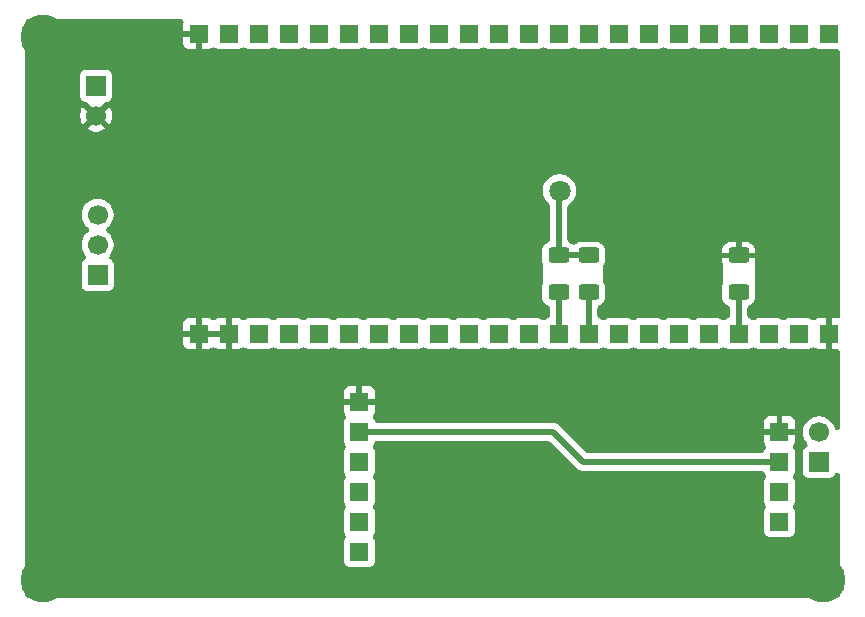
<source format=gbr>
%TF.GenerationSoftware,KiCad,Pcbnew,9.0.5*%
%TF.CreationDate,2025-11-19T03:22:03+02:00*%
%TF.ProjectId,Cronus,43726f6e-7573-42e6-9b69-6361645f7063,rev?*%
%TF.SameCoordinates,PX649cd60PY6c7aff0*%
%TF.FileFunction,Copper,L2,Bot*%
%TF.FilePolarity,Positive*%
%FSLAX46Y46*%
G04 Gerber Fmt 4.6, Leading zero omitted, Abs format (unit mm)*
G04 Created by KiCad (PCBNEW 9.0.5) date 2025-11-19 03:22:03*
%MOMM*%
%LPD*%
G01*
G04 APERTURE LIST*
G04 Aperture macros list*
%AMRoundRect*
0 Rectangle with rounded corners*
0 $1 Rounding radius*
0 $2 $3 $4 $5 $6 $7 $8 $9 X,Y pos of 4 corners*
0 Add a 4 corners polygon primitive as box body*
4,1,4,$2,$3,$4,$5,$6,$7,$8,$9,$2,$3,0*
0 Add four circle primitives for the rounded corners*
1,1,$1+$1,$2,$3*
1,1,$1+$1,$4,$5*
1,1,$1+$1,$6,$7*
1,1,$1+$1,$8,$9*
0 Add four rect primitives between the rounded corners*
20,1,$1+$1,$2,$3,$4,$5,0*
20,1,$1+$1,$4,$5,$6,$7,0*
20,1,$1+$1,$6,$7,$8,$9,0*
20,1,$1+$1,$8,$9,$2,$3,0*%
G04 Aperture macros list end*
%TA.AperFunction,ComponentPad*%
%ADD10R,1.600000X1.600000*%
%TD*%
%TA.AperFunction,ComponentPad*%
%ADD11C,3.800000*%
%TD*%
%TA.AperFunction,ComponentPad*%
%ADD12R,1.700000X1.700000*%
%TD*%
%TA.AperFunction,ComponentPad*%
%ADD13C,1.700000*%
%TD*%
%TA.AperFunction,SMDPad,CuDef*%
%ADD14RoundRect,0.250000X-0.625000X0.400000X-0.625000X-0.400000X0.625000X-0.400000X0.625000X0.400000X0*%
%TD*%
%TA.AperFunction,SMDPad,CuDef*%
%ADD15RoundRect,0.250000X0.625000X-0.400000X0.625000X0.400000X-0.625000X0.400000X-0.625000X-0.400000X0*%
%TD*%
%TA.AperFunction,ViaPad*%
%ADD16C,1.800000*%
%TD*%
%TA.AperFunction,Conductor*%
%ADD17C,0.500000*%
%TD*%
G04 APERTURE END LIST*
D10*
%TO.P,U2,1,GND1*%
%TO.N,GND*%
X29775525Y18083834D03*
%TO.P,U2,2,VCC1*%
%TO.N,Net-(J3-LS1)*%
X29775525Y15543834D03*
%TO.P,U2,3,SDA*%
%TO.N,Net-(U1-GPIO38)*%
X29775525Y13003834D03*
%TO.P,U2,4,SCL*%
%TO.N,Net-(U1-GPIO39)*%
X29775525Y10463834D03*
%TO.P,U2,5,SQW*%
%TO.N,unconnected-(U2-SQW-Pad5)*%
X29775525Y7923834D03*
%TO.P,U2,6,32K*%
%TO.N,unconnected-(U2-32K-Pad6)*%
X29775525Y5383834D03*
%TO.P,U2,7,SCL*%
%TO.N,unconnected-(U2-SCL-Pad7)*%
X65349353Y7925132D03*
%TO.P,U2,8,SDA*%
%TO.N,unconnected-(U2-SDA-Pad8)*%
X65349353Y10465132D03*
%TO.P,U2,9,VCC2*%
%TO.N,Net-(J3-LS1)*%
X65349353Y13005132D03*
%TO.P,U2,10,GND2*%
%TO.N,GND*%
X65349353Y15545132D03*
%TD*%
D11*
%TO.P,H1,1,1*%
%TO.N,GND*%
X3000000Y49000000D03*
%TD*%
D12*
%TO.P,J3,1,LS1*%
%TO.N,Net-(J3-LS1)*%
X68700670Y12960329D03*
D13*
%TO.P,J3,2,LS2*%
%TO.N,Net-(J3-LS2)*%
X68700670Y15500329D03*
%TD*%
D11*
%TO.P,H3,1,1*%
%TO.N,GND*%
X3000000Y3000000D03*
%TD*%
D10*
%TO.P,U1,1,3V3_Out*%
%TO.N,Net-(J3-LS1)*%
X69506000Y49234000D03*
%TO.P,U1,2,3V3_Out*%
X66966000Y49234000D03*
%TO.P,U1,3,RST*%
%TO.N,unconnected-(U1-RST-Pad3)*%
X64426000Y49234000D03*
%TO.P,U1,4,GPIO4*%
%TO.N,unconnected-(U1-GPIO4-Pad4)*%
X61886000Y49234000D03*
%TO.P,U1,5,GPIO5*%
%TO.N,unconnected-(U1-GPIO5-Pad5)*%
X59346000Y49234000D03*
%TO.P,U1,6,GPIO6*%
%TO.N,unconnected-(U1-GPIO6-Pad6)*%
X56806000Y49234000D03*
%TO.P,U1,7,GPIO7*%
%TO.N,unconnected-(U1-GPIO7-Pad7)*%
X54266000Y49234000D03*
%TO.P,U1,8,GPIO15*%
%TO.N,unconnected-(U1-GPIO15-Pad8)*%
X51726000Y49234000D03*
%TO.P,U1,9,GPIO16*%
%TO.N,Net-(J8-CL)*%
X49186000Y49234000D03*
%TO.P,U1,10,GPIO17*%
%TO.N,Net-(J8-CS)*%
X46646000Y49234000D03*
%TO.P,U1,11,GPIO18*%
%TO.N,Net-(J8-D0)*%
X44106000Y49234000D03*
%TO.P,U1,12,GPIO8*%
%TO.N,unconnected-(U1-GPIO8-Pad12)*%
X41566000Y49234000D03*
%TO.P,U1,13,GPIO3*%
%TO.N,unconnected-(U1-GPIO3-Pad13)*%
X39026000Y49234000D03*
%TO.P,U1,14,GPIO46*%
%TO.N,unconnected-(U1-GPIO46-Pad14)*%
X36486000Y49234000D03*
%TO.P,U1,15,GPIO9*%
%TO.N,unconnected-(U1-GPIO9-Pad15)*%
X33946000Y49234000D03*
%TO.P,U1,16,GPIO10*%
%TO.N,unconnected-(U1-GPIO10-Pad16)*%
X31406000Y49234000D03*
%TO.P,U1,17,GPIO11*%
%TO.N,unconnected-(U1-GPIO11-Pad17)*%
X28866000Y49234000D03*
%TO.P,U1,18,GPIO12*%
%TO.N,unconnected-(U1-GPIO12-Pad18)*%
X26326000Y49234000D03*
%TO.P,U1,19,GPIO13*%
%TO.N,unconnected-(U1-GPIO13-Pad19)*%
X23786000Y49234000D03*
%TO.P,U1,20,GPIO14*%
%TO.N,unconnected-(U1-GPIO14-Pad20)*%
X21246000Y49234000D03*
%TO.P,U1,21,5V_In*%
%TO.N,+5V*%
X18706000Y49234000D03*
%TO.P,U1,22,GND*%
%TO.N,GND*%
X16166000Y49234000D03*
%TO.P,U1,23,GND*%
X16166000Y23834000D03*
%TO.P,U1,24,GND*%
X18706000Y23834000D03*
%TO.P,U1,25,GPIO19*%
%TO.N,unconnected-(U1-GPIO19-Pad25)*%
X21246000Y23834000D03*
%TO.P,U1,26,GPIO20*%
%TO.N,unconnected-(U1-GPIO20-Pad26)*%
X23786000Y23834000D03*
%TO.P,U1,27,GPIO21*%
%TO.N,unconnected-(U1-GPIO21-Pad27)*%
X26326000Y23834000D03*
%TO.P,U1,28,GPIO47*%
%TO.N,unconnected-(U1-GPIO47-Pad28)*%
X28866000Y23834000D03*
%TO.P,U1,29,GPIO48*%
%TO.N,unconnected-(U1-GPIO48-Pad29)*%
X31406000Y23834000D03*
%TO.P,U1,30,GPIO45*%
%TO.N,unconnected-(U1-GPIO45-Pad30)*%
X33946000Y23834000D03*
%TO.P,U1,31,GPIO0*%
%TO.N,unconnected-(U1-GPIO0-Pad31)*%
X36486000Y23834000D03*
%TO.P,U1,32,GPIO35*%
%TO.N,unconnected-(U1-GPIO35-Pad32)*%
X39026000Y23834000D03*
%TO.P,U1,33,GPIO36*%
%TO.N,unconnected-(U1-GPIO36-Pad33)*%
X41566000Y23834000D03*
%TO.P,U1,34,GPIO37*%
%TO.N,unconnected-(U1-GPIO37-Pad34)*%
X44106000Y23834000D03*
%TO.P,U1,35,GPIO38*%
%TO.N,Net-(U1-GPIO38)*%
X46646000Y23834000D03*
%TO.P,U1,36,GPIO39*%
%TO.N,Net-(U1-GPIO39)*%
X49186000Y23834000D03*
%TO.P,U1,37,GPIO40*%
%TO.N,unconnected-(U1-GPIO40-Pad37)*%
X51726000Y23834000D03*
%TO.P,U1,38,GPIO41*%
%TO.N,unconnected-(U1-GPIO41-Pad38)*%
X54266000Y23834000D03*
%TO.P,U1,39,GPIO42*%
%TO.N,unconnected-(U1-GPIO42-Pad39)*%
X56806000Y23834000D03*
%TO.P,U1,40,GPIO2*%
%TO.N,unconnected-(U1-GPIO2-Pad40)*%
X59346000Y23834000D03*
%TO.P,U1,41,GPIO1*%
%TO.N,Net-(J3-LS2)*%
X61886000Y23834000D03*
%TO.P,U1,42,RX*%
%TO.N,unconnected-(U1-RX-Pad42)*%
X64426000Y23834000D03*
%TO.P,U1,43,TX*%
%TO.N,unconnected-(U1-TX-Pad43)*%
X66966000Y23834000D03*
%TO.P,U1,44,GND*%
%TO.N,GND*%
X69506000Y23834000D03*
%TD*%
D11*
%TO.P,H4,1,1*%
%TO.N,GND*%
X69000000Y3000000D03*
%TD*%
D12*
%TO.P,J8,1,CL*%
%TO.N,Net-(J8-CL)*%
X7620000Y28829000D03*
D13*
%TO.P,J8,2,CS*%
%TO.N,Net-(J8-CS)*%
X7620000Y31369000D03*
%TO.P,J8,3,D0*%
%TO.N,Net-(J8-D0)*%
X7620000Y33909000D03*
%TD*%
D12*
%TO.P,J4,1,+5V*%
%TO.N,+5V*%
X7493000Y44836000D03*
D13*
%TO.P,J4,2,GND*%
%TO.N,GND*%
X7493000Y42296000D03*
%TD*%
D14*
%TO.P,R2,1*%
%TO.N,Net-(J3-LS1)*%
X46646000Y30464000D03*
%TO.P,R2,2*%
%TO.N,Net-(U1-GPIO38)*%
X46646000Y27364000D03*
%TD*%
%TO.P,R1,1*%
%TO.N,Net-(J3-LS1)*%
X49186000Y30464000D03*
%TO.P,R1,2*%
%TO.N,Net-(U1-GPIO39)*%
X49186000Y27364000D03*
%TD*%
D15*
%TO.P,R3,1*%
%TO.N,Net-(J3-LS2)*%
X61886000Y27364000D03*
%TO.P,R3,2*%
%TO.N,GND*%
X61886000Y30464000D03*
%TD*%
D16*
%TO.N,Net-(J3-LS1)*%
X46736000Y35941000D03*
%TD*%
D17*
%TO.N,Net-(J3-LS1)*%
X65349353Y13005132D02*
X65340221Y12996000D01*
X65340221Y12996000D02*
X48726000Y12996000D01*
X48726000Y12996000D02*
X46186000Y15536000D01*
X46186000Y15536000D02*
X29783359Y15536000D01*
X29783359Y15536000D02*
X29775525Y15543834D01*
%TO.N,Net-(U1-GPIO39)*%
X49186000Y27364000D02*
X49186000Y23834000D01*
%TO.N,Net-(U1-GPIO38)*%
X46646000Y27364000D02*
X46646000Y23834000D01*
%TO.N,Net-(J3-LS1)*%
X46736000Y35941000D02*
X46646000Y35851000D01*
X46646000Y35851000D02*
X46646000Y30464000D01*
X46646000Y30464000D02*
X49186000Y30464000D01*
%TO.N,Net-(J3-LS2)*%
X61886000Y27364000D02*
X61886000Y23834000D01*
%TD*%
%TA.AperFunction,Conductor*%
%TO.N,GND*%
G36*
X14742635Y50480546D02*
G01*
X14823417Y50426570D01*
X14877393Y50345788D01*
X14896347Y50250500D01*
X14880648Y50163484D01*
X14872403Y50141379D01*
X14872401Y50141372D01*
X14866000Y50081833D01*
X14866000Y49484001D01*
X14866001Y49484000D01*
X15732988Y49484000D01*
X15700075Y49426993D01*
X15666000Y49299826D01*
X15666000Y49168174D01*
X15700075Y49041007D01*
X15732988Y48984000D01*
X14866001Y48984000D01*
X14866000Y48983999D01*
X14866000Y48386168D01*
X14872401Y48326629D01*
X14872403Y48326622D01*
X14922646Y48191913D01*
X15008810Y48076813D01*
X15008812Y48076811D01*
X15123912Y47990647D01*
X15258621Y47940404D01*
X15258628Y47940402D01*
X15318167Y47934001D01*
X15318175Y47934000D01*
X15915999Y47934000D01*
X15916000Y47934001D01*
X15916000Y48800988D01*
X15973007Y48768075D01*
X16100174Y48734000D01*
X16231826Y48734000D01*
X16358993Y48768075D01*
X16416000Y48800988D01*
X16416000Y47934001D01*
X16416001Y47934000D01*
X17013825Y47934000D01*
X17013832Y47934001D01*
X17073371Y47940402D01*
X17073378Y47940404D01*
X17208088Y47990647D01*
X17286360Y48049242D01*
X17374000Y48091174D01*
X17471016Y48096375D01*
X17562637Y48064054D01*
X17584792Y48049252D01*
X17663669Y47990204D01*
X17798517Y47939909D01*
X17858127Y47933500D01*
X19553872Y47933501D01*
X19613483Y47939909D01*
X19748331Y47990204D01*
X19826781Y48048933D01*
X19914418Y48090862D01*
X20011433Y48096063D01*
X20103054Y48063742D01*
X20125206Y48048941D01*
X20203669Y47990204D01*
X20338517Y47939909D01*
X20398127Y47933500D01*
X22093872Y47933501D01*
X22153483Y47939909D01*
X22288331Y47990204D01*
X22366781Y48048933D01*
X22454418Y48090862D01*
X22551433Y48096063D01*
X22643054Y48063742D01*
X22665206Y48048941D01*
X22743669Y47990204D01*
X22878517Y47939909D01*
X22938127Y47933500D01*
X24633872Y47933501D01*
X24693483Y47939909D01*
X24828331Y47990204D01*
X24906781Y48048933D01*
X24994418Y48090862D01*
X25091433Y48096063D01*
X25183054Y48063742D01*
X25205206Y48048941D01*
X25283669Y47990204D01*
X25418517Y47939909D01*
X25478127Y47933500D01*
X27173872Y47933501D01*
X27233483Y47939909D01*
X27368331Y47990204D01*
X27446781Y48048933D01*
X27534418Y48090862D01*
X27631433Y48096063D01*
X27723054Y48063742D01*
X27745206Y48048941D01*
X27823669Y47990204D01*
X27958517Y47939909D01*
X28018127Y47933500D01*
X29713872Y47933501D01*
X29773483Y47939909D01*
X29908331Y47990204D01*
X29986781Y48048933D01*
X30074418Y48090862D01*
X30171433Y48096063D01*
X30263054Y48063742D01*
X30285206Y48048941D01*
X30363669Y47990204D01*
X30498517Y47939909D01*
X30558127Y47933500D01*
X32253872Y47933501D01*
X32313483Y47939909D01*
X32448331Y47990204D01*
X32526781Y48048933D01*
X32614418Y48090862D01*
X32711433Y48096063D01*
X32803054Y48063742D01*
X32825206Y48048941D01*
X32903669Y47990204D01*
X33038517Y47939909D01*
X33098127Y47933500D01*
X34793872Y47933501D01*
X34853483Y47939909D01*
X34988331Y47990204D01*
X35066781Y48048933D01*
X35154418Y48090862D01*
X35251433Y48096063D01*
X35343054Y48063742D01*
X35365206Y48048941D01*
X35443669Y47990204D01*
X35578517Y47939909D01*
X35638127Y47933500D01*
X37333872Y47933501D01*
X37393483Y47939909D01*
X37528331Y47990204D01*
X37606781Y48048933D01*
X37694418Y48090862D01*
X37791433Y48096063D01*
X37883054Y48063742D01*
X37905206Y48048941D01*
X37983669Y47990204D01*
X38118517Y47939909D01*
X38178127Y47933500D01*
X39873872Y47933501D01*
X39933483Y47939909D01*
X40068331Y47990204D01*
X40146781Y48048933D01*
X40234418Y48090862D01*
X40331433Y48096063D01*
X40423054Y48063742D01*
X40445206Y48048941D01*
X40523669Y47990204D01*
X40658517Y47939909D01*
X40718127Y47933500D01*
X42413872Y47933501D01*
X42473483Y47939909D01*
X42608331Y47990204D01*
X42686781Y48048933D01*
X42774418Y48090862D01*
X42871433Y48096063D01*
X42963054Y48063742D01*
X42985206Y48048941D01*
X43063669Y47990204D01*
X43198517Y47939909D01*
X43258127Y47933500D01*
X44953872Y47933501D01*
X45013483Y47939909D01*
X45148331Y47990204D01*
X45226781Y48048933D01*
X45314418Y48090862D01*
X45411433Y48096063D01*
X45503054Y48063742D01*
X45525206Y48048941D01*
X45603669Y47990204D01*
X45738517Y47939909D01*
X45798127Y47933500D01*
X47493872Y47933501D01*
X47553483Y47939909D01*
X47688331Y47990204D01*
X47766781Y48048933D01*
X47854418Y48090862D01*
X47951433Y48096063D01*
X48043054Y48063742D01*
X48065206Y48048941D01*
X48143669Y47990204D01*
X48278517Y47939909D01*
X48338127Y47933500D01*
X50033872Y47933501D01*
X50093483Y47939909D01*
X50228331Y47990204D01*
X50306781Y48048933D01*
X50394418Y48090862D01*
X50491433Y48096063D01*
X50583054Y48063742D01*
X50605206Y48048941D01*
X50683669Y47990204D01*
X50818517Y47939909D01*
X50878127Y47933500D01*
X52573872Y47933501D01*
X52633483Y47939909D01*
X52768331Y47990204D01*
X52846781Y48048933D01*
X52934418Y48090862D01*
X53031433Y48096063D01*
X53123054Y48063742D01*
X53145206Y48048941D01*
X53223669Y47990204D01*
X53358517Y47939909D01*
X53418127Y47933500D01*
X55113872Y47933501D01*
X55173483Y47939909D01*
X55308331Y47990204D01*
X55386781Y48048933D01*
X55474418Y48090862D01*
X55571433Y48096063D01*
X55663054Y48063742D01*
X55685206Y48048941D01*
X55763669Y47990204D01*
X55898517Y47939909D01*
X55958127Y47933500D01*
X57653872Y47933501D01*
X57713483Y47939909D01*
X57848331Y47990204D01*
X57926781Y48048933D01*
X58014418Y48090862D01*
X58111433Y48096063D01*
X58203054Y48063742D01*
X58225206Y48048941D01*
X58303669Y47990204D01*
X58438517Y47939909D01*
X58498127Y47933500D01*
X60193872Y47933501D01*
X60253483Y47939909D01*
X60388331Y47990204D01*
X60466781Y48048933D01*
X60554418Y48090862D01*
X60651433Y48096063D01*
X60743054Y48063742D01*
X60765206Y48048941D01*
X60843669Y47990204D01*
X60978517Y47939909D01*
X61038127Y47933500D01*
X62733872Y47933501D01*
X62793483Y47939909D01*
X62928331Y47990204D01*
X63006781Y48048933D01*
X63094418Y48090862D01*
X63191433Y48096063D01*
X63283054Y48063742D01*
X63305206Y48048941D01*
X63383669Y47990204D01*
X63518517Y47939909D01*
X63578127Y47933500D01*
X65273872Y47933501D01*
X65333483Y47939909D01*
X65468331Y47990204D01*
X65546781Y48048933D01*
X65634418Y48090862D01*
X65731433Y48096063D01*
X65823054Y48063742D01*
X65845206Y48048941D01*
X65923669Y47990204D01*
X66058517Y47939909D01*
X66118127Y47933500D01*
X67813872Y47933501D01*
X67873483Y47939909D01*
X68008331Y47990204D01*
X68086781Y48048933D01*
X68174418Y48090862D01*
X68271433Y48096063D01*
X68363054Y48063742D01*
X68385206Y48048941D01*
X68463669Y47990204D01*
X68598517Y47939909D01*
X68658127Y47933500D01*
X70250500Y47933501D01*
X70345788Y47914547D01*
X70426569Y47860571D01*
X70480546Y47779789D01*
X70499500Y47684501D01*
X70499500Y25383000D01*
X70480546Y25287712D01*
X70426570Y25206930D01*
X70345788Y25152954D01*
X70250500Y25134000D01*
X69756001Y25134000D01*
X69756000Y25133999D01*
X69756000Y24267012D01*
X69698993Y24299925D01*
X69571826Y24334000D01*
X69440174Y24334000D01*
X69313007Y24299925D01*
X69256000Y24267012D01*
X69256000Y25133999D01*
X69255999Y25134000D01*
X68658167Y25134000D01*
X68598628Y25127599D01*
X68598621Y25127597D01*
X68463910Y25077353D01*
X68385636Y25018757D01*
X68297996Y24976827D01*
X68200980Y24971626D01*
X68109359Y25003948D01*
X68087195Y25018758D01*
X68008923Y25077353D01*
X68008333Y25077795D01*
X68008331Y25077796D01*
X67878481Y25126227D01*
X67873481Y25128092D01*
X67813873Y25134500D01*
X66118134Y25134500D01*
X66118130Y25134500D01*
X66118128Y25134499D01*
X66105314Y25133122D01*
X66058519Y25128092D01*
X66058515Y25128091D01*
X65923668Y25077796D01*
X65845221Y25019070D01*
X65757581Y24977139D01*
X65660565Y24971938D01*
X65568944Y25004260D01*
X65546779Y25019070D01*
X65511305Y25045626D01*
X65468331Y25077796D01*
X65338481Y25126227D01*
X65333481Y25128092D01*
X65273873Y25134500D01*
X63578134Y25134500D01*
X63578130Y25134500D01*
X63578128Y25134499D01*
X63565314Y25133122D01*
X63518519Y25128092D01*
X63518515Y25128091D01*
X63383668Y25077796D01*
X63305221Y25019070D01*
X63217581Y24977139D01*
X63120565Y24971938D01*
X63040826Y24997642D01*
X63022932Y25006978D01*
X62928331Y25077796D01*
X62793483Y25128091D01*
X62790085Y25128457D01*
X62770326Y25138765D01*
X62744272Y25159714D01*
X62715827Y25177285D01*
X62706730Y25189901D01*
X62694611Y25199645D01*
X62678555Y25228973D01*
X62659002Y25256089D01*
X62655426Y25271222D01*
X62647957Y25284865D01*
X62644346Y25318108D01*
X62636659Y25350640D01*
X62636500Y25359527D01*
X62636500Y26035152D01*
X62655454Y26130440D01*
X62709430Y26211222D01*
X62790212Y26265198D01*
X62807161Y26271508D01*
X62830334Y26279186D01*
X62979656Y26371288D01*
X63103712Y26495344D01*
X63195814Y26644666D01*
X63250999Y26811203D01*
X63261500Y26913991D01*
X63261499Y27814008D01*
X63250999Y27916797D01*
X63250998Y27916801D01*
X63249617Y27930321D01*
X63249826Y27930343D01*
X63246000Y27966503D01*
X63246000Y29863902D01*
X63249581Y29897734D01*
X63249124Y29897780D01*
X63260999Y30014019D01*
X63261000Y30014029D01*
X63261000Y30213999D01*
X63260999Y30214000D01*
X60511002Y30214000D01*
X60511001Y30213999D01*
X60511001Y30014016D01*
X60521494Y29911301D01*
X60566361Y29775905D01*
X60579000Y29697582D01*
X60579000Y28132007D01*
X60566361Y28053685D01*
X60521002Y27916802D01*
X60521001Y27916796D01*
X60510500Y27814012D01*
X60510500Y26914003D01*
X60510501Y26913986D01*
X60521001Y26811200D01*
X60576185Y26644669D01*
X60576186Y26644666D01*
X60668288Y26495344D01*
X60792344Y26371288D01*
X60941666Y26279186D01*
X60964821Y26271514D01*
X61049309Y26223552D01*
X61109013Y26146906D01*
X61134842Y26053248D01*
X61135500Y26035152D01*
X61135500Y25359527D01*
X61128125Y25322451D01*
X61124043Y25284865D01*
X61118711Y25275127D01*
X61116546Y25264239D01*
X61095541Y25232804D01*
X61077389Y25199645D01*
X61069804Y25194285D01*
X61062570Y25183457D01*
X61001674Y25138765D01*
X60981914Y25128457D01*
X60978517Y25128091D01*
X60843669Y25077796D01*
X60749067Y25006978D01*
X60731174Y24997642D01*
X60703547Y24989563D01*
X60677581Y24977139D01*
X60657360Y24976055D01*
X60637925Y24970371D01*
X60609308Y24973479D01*
X60580565Y24971938D01*
X60561469Y24978675D01*
X60541338Y24980861D01*
X60516088Y24994685D01*
X60488944Y25004260D01*
X60466779Y25019070D01*
X60431305Y25045626D01*
X60388331Y25077796D01*
X60258481Y25126227D01*
X60253481Y25128092D01*
X60193873Y25134500D01*
X58498134Y25134500D01*
X58498130Y25134500D01*
X58498128Y25134499D01*
X58485314Y25133122D01*
X58438519Y25128092D01*
X58438515Y25128091D01*
X58303668Y25077796D01*
X58225221Y25019070D01*
X58137581Y24977139D01*
X58040565Y24971938D01*
X57948944Y25004260D01*
X57926779Y25019070D01*
X57891305Y25045626D01*
X57848331Y25077796D01*
X57718481Y25126227D01*
X57713481Y25128092D01*
X57653873Y25134500D01*
X55958134Y25134500D01*
X55958130Y25134500D01*
X55958128Y25134499D01*
X55945314Y25133122D01*
X55898519Y25128092D01*
X55898515Y25128091D01*
X55763668Y25077796D01*
X55685221Y25019070D01*
X55597581Y24977139D01*
X55500565Y24971938D01*
X55408944Y25004260D01*
X55386779Y25019070D01*
X55351305Y25045626D01*
X55308331Y25077796D01*
X55178481Y25126227D01*
X55173481Y25128092D01*
X55113873Y25134500D01*
X53418134Y25134500D01*
X53418130Y25134500D01*
X53418128Y25134499D01*
X53405314Y25133122D01*
X53358519Y25128092D01*
X53358515Y25128091D01*
X53223668Y25077796D01*
X53145221Y25019070D01*
X53057581Y24977139D01*
X52960565Y24971938D01*
X52868944Y25004260D01*
X52846779Y25019070D01*
X52811305Y25045626D01*
X52768331Y25077796D01*
X52638481Y25126227D01*
X52633481Y25128092D01*
X52573873Y25134500D01*
X50878134Y25134500D01*
X50878130Y25134500D01*
X50878128Y25134499D01*
X50865314Y25133122D01*
X50818519Y25128092D01*
X50818515Y25128091D01*
X50683668Y25077796D01*
X50605221Y25019070D01*
X50517581Y24977139D01*
X50420565Y24971938D01*
X50340826Y24997642D01*
X50322932Y25006978D01*
X50228331Y25077796D01*
X50093483Y25128091D01*
X50090085Y25128457D01*
X50070326Y25138765D01*
X50044272Y25159714D01*
X50015827Y25177285D01*
X50006730Y25189901D01*
X49994611Y25199645D01*
X49978555Y25228973D01*
X49959002Y25256089D01*
X49955426Y25271222D01*
X49947957Y25284865D01*
X49944346Y25318108D01*
X49936659Y25350640D01*
X49936500Y25359527D01*
X49936500Y26035152D01*
X49955454Y26130440D01*
X50009430Y26211222D01*
X50090212Y26265198D01*
X50107161Y26271508D01*
X50130334Y26279186D01*
X50279656Y26371288D01*
X50403712Y26495344D01*
X50495814Y26644666D01*
X50550999Y26811203D01*
X50561500Y26913991D01*
X50561499Y27814008D01*
X50550999Y27916797D01*
X50550997Y27916802D01*
X50505639Y28053685D01*
X50495814Y28083334D01*
X50456069Y28147771D01*
X50422179Y28238822D01*
X50419000Y28278486D01*
X50419000Y29549515D01*
X50437954Y29644803D01*
X50456072Y29680234D01*
X50465792Y29695993D01*
X50495814Y29744666D01*
X50509671Y29786482D01*
X50550997Y29911198D01*
X50550999Y29911203D01*
X50561500Y30013991D01*
X50561499Y30913982D01*
X60511000Y30913982D01*
X60511000Y30714001D01*
X60511001Y30714000D01*
X61635999Y30714000D01*
X61636000Y30714001D01*
X61636000Y31613999D01*
X62136000Y31613999D01*
X62136000Y30714001D01*
X62136001Y30714000D01*
X63260998Y30714000D01*
X63260999Y30714001D01*
X63260999Y30913968D01*
X63260998Y30913985D01*
X63250505Y31016700D01*
X63250504Y31016703D01*
X63195359Y31183120D01*
X63195358Y31183122D01*
X63103318Y31332342D01*
X63103315Y31332346D01*
X62979345Y31456316D01*
X62979341Y31456319D01*
X62830121Y31548359D01*
X62830120Y31548360D01*
X62663701Y31603505D01*
X62663694Y31603506D01*
X62560981Y31614000D01*
X62136001Y31614000D01*
X62136000Y31613999D01*
X61636000Y31613999D01*
X61635999Y31614000D01*
X61211024Y31614000D01*
X61108300Y31603506D01*
X61108297Y31603505D01*
X60941880Y31548360D01*
X60941878Y31548359D01*
X60792658Y31456319D01*
X60792654Y31456316D01*
X60668684Y31332346D01*
X60668681Y31332342D01*
X60576641Y31183122D01*
X60576640Y31183121D01*
X60521495Y31016702D01*
X60521494Y31016695D01*
X60511000Y30913982D01*
X50561499Y30913982D01*
X50561499Y30914008D01*
X50550999Y31016797D01*
X50495814Y31183334D01*
X50403712Y31332656D01*
X50279656Y31456712D01*
X50130334Y31548814D01*
X50130332Y31548815D01*
X50130330Y31548816D01*
X50130332Y31548816D01*
X49963802Y31603998D01*
X49963798Y31603999D01*
X49963797Y31603999D01*
X49861009Y31614500D01*
X49861005Y31614500D01*
X48510993Y31614500D01*
X48408199Y31603999D01*
X48241667Y31548815D01*
X48092341Y31456711D01*
X48092340Y31456710D01*
X48092061Y31456430D01*
X48091584Y31456112D01*
X48080969Y31447718D01*
X48080295Y31448570D01*
X48011277Y31402457D01*
X47915988Y31383508D01*
X47820701Y31402467D01*
X47789033Y31418311D01*
X47762080Y31434288D01*
X47739656Y31456712D01*
X47590334Y31548814D01*
X47541661Y31564943D01*
X47518533Y31578652D01*
X47502004Y31593487D01*
X47482687Y31604453D01*
X47466196Y31625624D01*
X47446228Y31643545D01*
X47436634Y31663576D01*
X47422984Y31681100D01*
X47415850Y31706971D01*
X47404261Y31731168D01*
X47403062Y31753345D01*
X47397158Y31774759D01*
X47396500Y31792849D01*
X47396500Y34562897D01*
X47415454Y34658185D01*
X47469430Y34738967D01*
X47499139Y34764340D01*
X47648365Y34872758D01*
X47804242Y35028635D01*
X47933815Y35206978D01*
X47943634Y35226247D01*
X48033890Y35403384D01*
X48033890Y35403385D01*
X48033895Y35403394D01*
X48102015Y35613049D01*
X48136500Y35830778D01*
X48136500Y36051222D01*
X48102015Y36268951D01*
X48033895Y36478606D01*
X48033891Y36478614D01*
X48033890Y36478617D01*
X47933820Y36675014D01*
X47933816Y36675019D01*
X47933815Y36675022D01*
X47804242Y36853365D01*
X47648365Y37009242D01*
X47470022Y37138815D01*
X47470019Y37138817D01*
X47470013Y37138821D01*
X47273616Y37238891D01*
X47273609Y37238894D01*
X47273606Y37238895D01*
X47063951Y37307015D01*
X47063945Y37307016D01*
X47063938Y37307018D01*
X46846232Y37341499D01*
X46846225Y37341500D01*
X46846222Y37341500D01*
X46625778Y37341500D01*
X46625775Y37341500D01*
X46625767Y37341499D01*
X46408061Y37307018D01*
X46408054Y37307016D01*
X46408052Y37307016D01*
X46408049Y37307015D01*
X46198394Y37238895D01*
X46198392Y37238895D01*
X46198392Y37238894D01*
X46198383Y37238891D01*
X46001986Y37138821D01*
X46001979Y37138816D01*
X45823633Y37009241D01*
X45667759Y36853367D01*
X45538184Y36675021D01*
X45538179Y36675014D01*
X45438109Y36478617D01*
X45438105Y36478608D01*
X45438105Y36478606D01*
X45369985Y36268951D01*
X45369984Y36268948D01*
X45369984Y36268946D01*
X45369982Y36268939D01*
X45335501Y36051233D01*
X45335500Y36051218D01*
X45335500Y35830783D01*
X45335501Y35830768D01*
X45369982Y35613062D01*
X45369984Y35613055D01*
X45369985Y35613049D01*
X45438105Y35403394D01*
X45438106Y35403393D01*
X45438109Y35403384D01*
X45538179Y35206987D01*
X45538183Y35206981D01*
X45538185Y35206978D01*
X45667758Y35028635D01*
X45667761Y35028632D01*
X45667763Y35028629D01*
X45822569Y34873824D01*
X45876546Y34793043D01*
X45895500Y34697755D01*
X45895500Y31792849D01*
X45876546Y31697561D01*
X45822570Y31616779D01*
X45741788Y31562803D01*
X45724824Y31556488D01*
X45701666Y31548815D01*
X45552346Y31456714D01*
X45428286Y31332654D01*
X45336184Y31183332D01*
X45281002Y31016803D01*
X45281001Y31016796D01*
X45270500Y30914012D01*
X45270500Y30014003D01*
X45270501Y30013986D01*
X45281001Y29911200D01*
X45326361Y29774316D01*
X45339000Y29695993D01*
X45339000Y28132007D01*
X45326361Y28053685D01*
X45281002Y27916802D01*
X45281001Y27916796D01*
X45270500Y27814012D01*
X45270500Y26914003D01*
X45270501Y26913986D01*
X45281001Y26811200D01*
X45336185Y26644669D01*
X45336186Y26644666D01*
X45428288Y26495344D01*
X45552344Y26371288D01*
X45701666Y26279186D01*
X45724821Y26271514D01*
X45809309Y26223552D01*
X45869013Y26146906D01*
X45894842Y26053248D01*
X45895500Y26035152D01*
X45895500Y25359527D01*
X45888125Y25322451D01*
X45884043Y25284865D01*
X45878711Y25275127D01*
X45876546Y25264239D01*
X45855541Y25232804D01*
X45837389Y25199645D01*
X45829804Y25194285D01*
X45822570Y25183457D01*
X45761674Y25138765D01*
X45741914Y25128457D01*
X45738517Y25128091D01*
X45603669Y25077796D01*
X45509067Y25006978D01*
X45491174Y24997642D01*
X45463547Y24989563D01*
X45437581Y24977139D01*
X45417360Y24976055D01*
X45397925Y24970371D01*
X45369308Y24973479D01*
X45340565Y24971938D01*
X45321469Y24978675D01*
X45301338Y24980861D01*
X45276088Y24994685D01*
X45248944Y25004260D01*
X45226779Y25019070D01*
X45191305Y25045626D01*
X45148331Y25077796D01*
X45018481Y25126227D01*
X45013481Y25128092D01*
X44953873Y25134500D01*
X43258134Y25134500D01*
X43258130Y25134500D01*
X43258128Y25134499D01*
X43245314Y25133122D01*
X43198519Y25128092D01*
X43198515Y25128091D01*
X43063668Y25077796D01*
X42985221Y25019070D01*
X42897581Y24977139D01*
X42800565Y24971938D01*
X42708944Y25004260D01*
X42686779Y25019070D01*
X42651305Y25045626D01*
X42608331Y25077796D01*
X42478481Y25126227D01*
X42473481Y25128092D01*
X42413873Y25134500D01*
X40718134Y25134500D01*
X40718130Y25134500D01*
X40718128Y25134499D01*
X40705314Y25133122D01*
X40658519Y25128092D01*
X40658515Y25128091D01*
X40523668Y25077796D01*
X40445221Y25019070D01*
X40357581Y24977139D01*
X40260565Y24971938D01*
X40168944Y25004260D01*
X40146779Y25019070D01*
X40111305Y25045626D01*
X40068331Y25077796D01*
X39938481Y25126227D01*
X39933481Y25128092D01*
X39873873Y25134500D01*
X38178134Y25134500D01*
X38178130Y25134500D01*
X38178128Y25134499D01*
X38165314Y25133122D01*
X38118519Y25128092D01*
X38118515Y25128091D01*
X37983668Y25077796D01*
X37905221Y25019070D01*
X37817581Y24977139D01*
X37720565Y24971938D01*
X37628944Y25004260D01*
X37606779Y25019070D01*
X37571305Y25045626D01*
X37528331Y25077796D01*
X37398481Y25126227D01*
X37393481Y25128092D01*
X37333873Y25134500D01*
X35638134Y25134500D01*
X35638130Y25134500D01*
X35638128Y25134499D01*
X35625314Y25133122D01*
X35578519Y25128092D01*
X35578515Y25128091D01*
X35443668Y25077796D01*
X35365221Y25019070D01*
X35277581Y24977139D01*
X35180565Y24971938D01*
X35088944Y25004260D01*
X35066779Y25019070D01*
X35031305Y25045626D01*
X34988331Y25077796D01*
X34858481Y25126227D01*
X34853481Y25128092D01*
X34793873Y25134500D01*
X33098134Y25134500D01*
X33098130Y25134500D01*
X33098128Y25134499D01*
X33085314Y25133122D01*
X33038519Y25128092D01*
X33038515Y25128091D01*
X32903668Y25077796D01*
X32825221Y25019070D01*
X32737581Y24977139D01*
X32640565Y24971938D01*
X32548944Y25004260D01*
X32526779Y25019070D01*
X32491305Y25045626D01*
X32448331Y25077796D01*
X32318481Y25126227D01*
X32313481Y25128092D01*
X32253873Y25134500D01*
X30558134Y25134500D01*
X30558130Y25134500D01*
X30558128Y25134499D01*
X30545314Y25133122D01*
X30498519Y25128092D01*
X30498515Y25128091D01*
X30363668Y25077796D01*
X30285221Y25019070D01*
X30197581Y24977139D01*
X30100565Y24971938D01*
X30008944Y25004260D01*
X29986779Y25019070D01*
X29951305Y25045626D01*
X29908331Y25077796D01*
X29778481Y25126227D01*
X29773481Y25128092D01*
X29713873Y25134500D01*
X28018134Y25134500D01*
X28018130Y25134500D01*
X28018128Y25134499D01*
X28005314Y25133122D01*
X27958519Y25128092D01*
X27958515Y25128091D01*
X27823668Y25077796D01*
X27745221Y25019070D01*
X27657581Y24977139D01*
X27560565Y24971938D01*
X27468944Y25004260D01*
X27446779Y25019070D01*
X27411305Y25045626D01*
X27368331Y25077796D01*
X27238481Y25126227D01*
X27233481Y25128092D01*
X27173873Y25134500D01*
X25478134Y25134500D01*
X25478130Y25134500D01*
X25478128Y25134499D01*
X25465314Y25133122D01*
X25418519Y25128092D01*
X25418515Y25128091D01*
X25283668Y25077796D01*
X25205221Y25019070D01*
X25117581Y24977139D01*
X25020565Y24971938D01*
X24928944Y25004260D01*
X24906779Y25019070D01*
X24871305Y25045626D01*
X24828331Y25077796D01*
X24698481Y25126227D01*
X24693481Y25128092D01*
X24633873Y25134500D01*
X22938134Y25134500D01*
X22938130Y25134500D01*
X22938128Y25134499D01*
X22925314Y25133122D01*
X22878519Y25128092D01*
X22878515Y25128091D01*
X22743668Y25077796D01*
X22665221Y25019070D01*
X22577581Y24977139D01*
X22480565Y24971938D01*
X22388944Y25004260D01*
X22366779Y25019070D01*
X22331305Y25045626D01*
X22288331Y25077796D01*
X22158481Y25126227D01*
X22153481Y25128092D01*
X22093873Y25134500D01*
X20398134Y25134500D01*
X20398130Y25134500D01*
X20398128Y25134499D01*
X20385314Y25133122D01*
X20338519Y25128092D01*
X20338515Y25128091D01*
X20203667Y25077796D01*
X20124804Y25018758D01*
X20037164Y24976827D01*
X19940148Y24971626D01*
X19848527Y25003948D01*
X19826362Y25018758D01*
X19748089Y25077353D01*
X19613378Y25127597D01*
X19613371Y25127599D01*
X19553832Y25134000D01*
X18956001Y25134000D01*
X18956000Y25133999D01*
X18956000Y24267012D01*
X18898993Y24299925D01*
X18771826Y24334000D01*
X18640174Y24334000D01*
X18513007Y24299925D01*
X18456000Y24267012D01*
X18456000Y25133999D01*
X18455999Y25134000D01*
X17858167Y25134000D01*
X17798628Y25127599D01*
X17798621Y25127597D01*
X17663910Y25077353D01*
X17585221Y25018446D01*
X17497581Y24976515D01*
X17400565Y24971314D01*
X17308944Y25003636D01*
X17286779Y25018446D01*
X17208089Y25077353D01*
X17073378Y25127597D01*
X17073371Y25127599D01*
X17013832Y25134000D01*
X16416001Y25134000D01*
X16416000Y25133999D01*
X16416000Y24267012D01*
X16358993Y24299925D01*
X16231826Y24334000D01*
X16100174Y24334000D01*
X15973007Y24299925D01*
X15916000Y24267012D01*
X15916000Y25133999D01*
X15915999Y25134000D01*
X15318167Y25134000D01*
X15258628Y25127599D01*
X15258621Y25127597D01*
X15123912Y25077354D01*
X15008812Y24991190D01*
X15008810Y24991188D01*
X14922646Y24876088D01*
X14872403Y24741379D01*
X14872401Y24741372D01*
X14866000Y24681833D01*
X14866000Y24084001D01*
X14866001Y24084000D01*
X15732988Y24084000D01*
X15700075Y24026993D01*
X15666000Y23899826D01*
X15666000Y23768174D01*
X15700075Y23641007D01*
X15732988Y23584000D01*
X14866001Y23584000D01*
X14866000Y23583999D01*
X14866000Y22986168D01*
X14872401Y22926629D01*
X14872403Y22926622D01*
X14922646Y22791913D01*
X15008810Y22676813D01*
X15008812Y22676811D01*
X15123912Y22590647D01*
X15258621Y22540404D01*
X15258628Y22540402D01*
X15318167Y22534001D01*
X15318175Y22534000D01*
X15915999Y22534000D01*
X15916000Y22534001D01*
X15916000Y23400988D01*
X15973007Y23368075D01*
X16100174Y23334000D01*
X16231826Y23334000D01*
X16358993Y23368075D01*
X16416000Y23400988D01*
X16416000Y22534001D01*
X16416001Y22534000D01*
X17013825Y22534000D01*
X17013832Y22534001D01*
X17073371Y22540402D01*
X17073378Y22540404D01*
X17208088Y22590647D01*
X17286777Y22649554D01*
X17374418Y22691486D01*
X17471433Y22696687D01*
X17563055Y22664366D01*
X17585223Y22649554D01*
X17663911Y22590647D01*
X17798621Y22540404D01*
X17798628Y22540402D01*
X17858167Y22534001D01*
X17858175Y22534000D01*
X18455999Y22534000D01*
X18456000Y22534001D01*
X18456000Y23400988D01*
X18513007Y23368075D01*
X18640174Y23334000D01*
X18771826Y23334000D01*
X18898993Y23368075D01*
X18956000Y23400988D01*
X18956000Y22534001D01*
X18956001Y22534000D01*
X19553825Y22534000D01*
X19553832Y22534001D01*
X19613371Y22540402D01*
X19613378Y22540404D01*
X19748088Y22590647D01*
X19826360Y22649242D01*
X19914000Y22691174D01*
X20011016Y22696375D01*
X20102637Y22664054D01*
X20124792Y22649252D01*
X20203669Y22590204D01*
X20338517Y22539909D01*
X20398127Y22533500D01*
X22093872Y22533501D01*
X22153483Y22539909D01*
X22288331Y22590204D01*
X22366781Y22648933D01*
X22454418Y22690862D01*
X22551433Y22696063D01*
X22643054Y22663742D01*
X22665206Y22648941D01*
X22743669Y22590204D01*
X22878517Y22539909D01*
X22938127Y22533500D01*
X24633872Y22533501D01*
X24693483Y22539909D01*
X24828331Y22590204D01*
X24906781Y22648933D01*
X24994418Y22690862D01*
X25091433Y22696063D01*
X25183054Y22663742D01*
X25205206Y22648941D01*
X25283669Y22590204D01*
X25418517Y22539909D01*
X25478127Y22533500D01*
X27173872Y22533501D01*
X27233483Y22539909D01*
X27368331Y22590204D01*
X27446781Y22648933D01*
X27534418Y22690862D01*
X27631433Y22696063D01*
X27723054Y22663742D01*
X27745206Y22648941D01*
X27823669Y22590204D01*
X27958517Y22539909D01*
X28018127Y22533500D01*
X29713872Y22533501D01*
X29773483Y22539909D01*
X29908331Y22590204D01*
X29986781Y22648933D01*
X30074418Y22690862D01*
X30171433Y22696063D01*
X30263054Y22663742D01*
X30285206Y22648941D01*
X30363669Y22590204D01*
X30498517Y22539909D01*
X30558127Y22533500D01*
X32253872Y22533501D01*
X32313483Y22539909D01*
X32448331Y22590204D01*
X32526781Y22648933D01*
X32614418Y22690862D01*
X32711433Y22696063D01*
X32803054Y22663742D01*
X32825206Y22648941D01*
X32903669Y22590204D01*
X33038517Y22539909D01*
X33098127Y22533500D01*
X34793872Y22533501D01*
X34853483Y22539909D01*
X34988331Y22590204D01*
X35066781Y22648933D01*
X35154418Y22690862D01*
X35251433Y22696063D01*
X35343054Y22663742D01*
X35365206Y22648941D01*
X35443669Y22590204D01*
X35578517Y22539909D01*
X35638127Y22533500D01*
X37333872Y22533501D01*
X37393483Y22539909D01*
X37528331Y22590204D01*
X37606781Y22648933D01*
X37694418Y22690862D01*
X37791433Y22696063D01*
X37883054Y22663742D01*
X37905206Y22648941D01*
X37983669Y22590204D01*
X38118517Y22539909D01*
X38178127Y22533500D01*
X39873872Y22533501D01*
X39933483Y22539909D01*
X40068331Y22590204D01*
X40146781Y22648933D01*
X40234418Y22690862D01*
X40331433Y22696063D01*
X40423054Y22663742D01*
X40445206Y22648941D01*
X40523669Y22590204D01*
X40658517Y22539909D01*
X40718127Y22533500D01*
X42413872Y22533501D01*
X42473483Y22539909D01*
X42608331Y22590204D01*
X42686781Y22648933D01*
X42774418Y22690862D01*
X42871433Y22696063D01*
X42963054Y22663742D01*
X42985206Y22648941D01*
X43063669Y22590204D01*
X43198517Y22539909D01*
X43258127Y22533500D01*
X44953872Y22533501D01*
X45013483Y22539909D01*
X45148331Y22590204D01*
X45226781Y22648933D01*
X45314418Y22690862D01*
X45411433Y22696063D01*
X45503054Y22663742D01*
X45525206Y22648941D01*
X45603669Y22590204D01*
X45738517Y22539909D01*
X45798127Y22533500D01*
X47493872Y22533501D01*
X47553483Y22539909D01*
X47688331Y22590204D01*
X47766781Y22648933D01*
X47854418Y22690862D01*
X47951433Y22696063D01*
X48043054Y22663742D01*
X48065206Y22648941D01*
X48143669Y22590204D01*
X48278517Y22539909D01*
X48338127Y22533500D01*
X50033872Y22533501D01*
X50093483Y22539909D01*
X50228331Y22590204D01*
X50306781Y22648933D01*
X50394418Y22690862D01*
X50491433Y22696063D01*
X50583054Y22663742D01*
X50605206Y22648941D01*
X50683669Y22590204D01*
X50818517Y22539909D01*
X50878127Y22533500D01*
X52573872Y22533501D01*
X52633483Y22539909D01*
X52768331Y22590204D01*
X52846781Y22648933D01*
X52934418Y22690862D01*
X53031433Y22696063D01*
X53123054Y22663742D01*
X53145206Y22648941D01*
X53223669Y22590204D01*
X53358517Y22539909D01*
X53418127Y22533500D01*
X55113872Y22533501D01*
X55173483Y22539909D01*
X55308331Y22590204D01*
X55386781Y22648933D01*
X55474418Y22690862D01*
X55571433Y22696063D01*
X55663054Y22663742D01*
X55685206Y22648941D01*
X55763669Y22590204D01*
X55898517Y22539909D01*
X55958127Y22533500D01*
X57653872Y22533501D01*
X57713483Y22539909D01*
X57848331Y22590204D01*
X57926781Y22648933D01*
X58014418Y22690862D01*
X58111433Y22696063D01*
X58203054Y22663742D01*
X58225206Y22648941D01*
X58303669Y22590204D01*
X58438517Y22539909D01*
X58498127Y22533500D01*
X60193872Y22533501D01*
X60253483Y22539909D01*
X60388331Y22590204D01*
X60466781Y22648933D01*
X60554418Y22690862D01*
X60651433Y22696063D01*
X60743054Y22663742D01*
X60765206Y22648941D01*
X60843669Y22590204D01*
X60978517Y22539909D01*
X61038127Y22533500D01*
X62733872Y22533501D01*
X62793483Y22539909D01*
X62928331Y22590204D01*
X63006781Y22648933D01*
X63094418Y22690862D01*
X63191433Y22696063D01*
X63283054Y22663742D01*
X63305206Y22648941D01*
X63383669Y22590204D01*
X63518517Y22539909D01*
X63578127Y22533500D01*
X65273872Y22533501D01*
X65333483Y22539909D01*
X65468331Y22590204D01*
X65546781Y22648933D01*
X65634418Y22690862D01*
X65731433Y22696063D01*
X65823054Y22663742D01*
X65845206Y22648941D01*
X65923669Y22590204D01*
X66058517Y22539909D01*
X66118127Y22533500D01*
X67813872Y22533501D01*
X67873483Y22539909D01*
X68008331Y22590204D01*
X68087197Y22649244D01*
X68174833Y22691173D01*
X68271848Y22696375D01*
X68363470Y22664055D01*
X68385638Y22649243D01*
X68463912Y22590647D01*
X68598621Y22540404D01*
X68598628Y22540402D01*
X68658167Y22534001D01*
X68658175Y22534000D01*
X69255999Y22534000D01*
X69256000Y22534001D01*
X69256000Y23400988D01*
X69313007Y23368075D01*
X69440174Y23334000D01*
X69571826Y23334000D01*
X69698993Y23368075D01*
X69756000Y23400988D01*
X69756000Y22534001D01*
X69756001Y22534000D01*
X70250500Y22534000D01*
X70345788Y22515046D01*
X70426570Y22461070D01*
X70480546Y22380288D01*
X70499500Y22285000D01*
X70499500Y15906533D01*
X70480546Y15811245D01*
X70426570Y15730463D01*
X70345788Y15676487D01*
X70250500Y15657533D01*
X70155212Y15676487D01*
X70074430Y15730463D01*
X70020454Y15811245D01*
X70013687Y15829588D01*
X69952229Y16018736D01*
X69952227Y16018739D01*
X69952227Y16018741D01*
X69855721Y16208145D01*
X69730774Y16380121D01*
X69580462Y16530433D01*
X69408486Y16655380D01*
X69219082Y16751886D01*
X69219079Y16751887D01*
X69219077Y16751888D01*
X69016910Y16817576D01*
X68806966Y16850829D01*
X68806957Y16850829D01*
X68594383Y16850829D01*
X68594373Y16850829D01*
X68384429Y16817576D01*
X68182262Y16751888D01*
X67992852Y16655379D01*
X67820876Y16530432D01*
X67670567Y16380123D01*
X67545620Y16208147D01*
X67449111Y16018737D01*
X67383423Y15816570D01*
X67350170Y15606626D01*
X67350170Y15394033D01*
X67383423Y15184089D01*
X67383424Y15184086D01*
X67449113Y14981917D01*
X67545619Y14792513D01*
X67659077Y14636350D01*
X67676317Y14612622D01*
X67674016Y14610951D01*
X67712462Y14542274D01*
X67723865Y14445791D01*
X67697478Y14352288D01*
X67637317Y14276000D01*
X67622075Y14265495D01*
X67622597Y14264798D01*
X67608340Y14254126D01*
X67608339Y14254125D01*
X67601397Y14248928D01*
X67493125Y14167876D01*
X67493123Y14167874D01*
X67406874Y14052660D01*
X67356578Y13917811D01*
X67350170Y13858206D01*
X67350170Y12062464D01*
X67350171Y12062460D01*
X67356578Y12002849D01*
X67356579Y12002845D01*
X67400773Y11884355D01*
X67406874Y11867998D01*
X67493124Y11752783D01*
X67608339Y11666533D01*
X67743187Y11616238D01*
X67802797Y11609829D01*
X69598542Y11609830D01*
X69658153Y11616238D01*
X69793001Y11666533D01*
X69908216Y11752783D01*
X69994466Y11867998D01*
X70017199Y11928950D01*
X70068257Y12011606D01*
X70147060Y12068432D01*
X70241611Y12090775D01*
X70337515Y12075235D01*
X70420172Y12024177D01*
X70476998Y11945374D01*
X70499341Y11850823D01*
X70499500Y11841934D01*
X70499500Y1749500D01*
X70480546Y1654212D01*
X70426570Y1573430D01*
X70345788Y1519454D01*
X70250500Y1500500D01*
X1749500Y1500500D01*
X1654212Y1519454D01*
X1573430Y1573430D01*
X1519454Y1654212D01*
X1500500Y1749500D01*
X1500500Y16391707D01*
X28475025Y16391707D01*
X28475025Y16350677D01*
X28475025Y16350676D01*
X28475025Y14695969D01*
X28475026Y14695965D01*
X28481433Y14636354D01*
X28481434Y14636350D01*
X28531729Y14501503D01*
X28590455Y14423055D01*
X28632386Y14335415D01*
X28637587Y14238399D01*
X28605265Y14146778D01*
X28590455Y14124613D01*
X28531730Y14046167D01*
X28481433Y13911316D01*
X28475025Y13851711D01*
X28475025Y12155969D01*
X28475025Y12155966D01*
X28475026Y12155962D01*
X28477092Y12136741D01*
X28481433Y12096354D01*
X28481434Y12096350D01*
X28531729Y11961503D01*
X28590455Y11883055D01*
X28632386Y11795415D01*
X28637587Y11698399D01*
X28605265Y11606778D01*
X28590455Y11584613D01*
X28531730Y11506167D01*
X28481433Y11371316D01*
X28475025Y11311711D01*
X28475025Y9615969D01*
X28475025Y9615966D01*
X28475026Y9615962D01*
X28477092Y9596741D01*
X28481433Y9556354D01*
X28481434Y9556350D01*
X28531729Y9421503D01*
X28590455Y9343055D01*
X28632386Y9255415D01*
X28637587Y9158399D01*
X28605265Y9066778D01*
X28590455Y9044613D01*
X28531730Y8966167D01*
X28481433Y8831316D01*
X28475025Y8771711D01*
X28475025Y7075969D01*
X28475025Y7075966D01*
X28475026Y7075962D01*
X28477092Y7056741D01*
X28481433Y7016354D01*
X28481434Y7016350D01*
X28531729Y6881503D01*
X28590455Y6803055D01*
X28632386Y6715415D01*
X28637587Y6618399D01*
X28605265Y6526778D01*
X28590455Y6504613D01*
X28531730Y6426167D01*
X28481433Y6291316D01*
X28475025Y6231711D01*
X28475025Y4535969D01*
X28475025Y4535966D01*
X28475026Y4535962D01*
X28477092Y4516741D01*
X28481433Y4476354D01*
X28481434Y4476351D01*
X28531729Y4341503D01*
X28617979Y4226288D01*
X28733194Y4140038D01*
X28868042Y4089743D01*
X28927652Y4083334D01*
X30623397Y4083335D01*
X30683008Y4089743D01*
X30817856Y4140038D01*
X30933071Y4226288D01*
X31019321Y4341503D01*
X31069616Y4476351D01*
X31076025Y4535961D01*
X31076024Y6231706D01*
X31069616Y6291317D01*
X31019321Y6426165D01*
X30960592Y6504616D01*
X30918663Y6592252D01*
X30913462Y6689267D01*
X30945783Y6780888D01*
X30960584Y6803041D01*
X31019321Y6881503D01*
X31069616Y7016351D01*
X31076025Y7075961D01*
X31076024Y8771706D01*
X31069616Y8831317D01*
X31019321Y8966165D01*
X30960592Y9044616D01*
X30918663Y9132252D01*
X30913462Y9229267D01*
X30945783Y9320888D01*
X30960584Y9343041D01*
X31019321Y9421503D01*
X31069616Y9556351D01*
X31076025Y9615961D01*
X31076024Y11311706D01*
X31069616Y11371317D01*
X31019321Y11506165D01*
X30960592Y11584616D01*
X30918663Y11672252D01*
X30913462Y11769267D01*
X30945783Y11860888D01*
X30960584Y11883041D01*
X31019321Y11961503D01*
X31069616Y12096351D01*
X31076025Y12155961D01*
X31076024Y13851706D01*
X31069616Y13911317D01*
X31019321Y14046165D01*
X30960592Y14124616D01*
X30918663Y14212252D01*
X30913462Y14309267D01*
X30939568Y14389776D01*
X30948759Y14407245D01*
X31019321Y14501503D01*
X31069616Y14636351D01*
X31069696Y14637097D01*
X31077770Y14652442D01*
X31098540Y14678091D01*
X31115888Y14706173D01*
X31128854Y14715523D01*
X31138914Y14727945D01*
X31167920Y14743694D01*
X31194692Y14762998D01*
X31210247Y14766674D01*
X31224296Y14774301D01*
X31257122Y14777751D01*
X31289243Y14785341D01*
X31298130Y14785500D01*
X45771992Y14785500D01*
X45867280Y14766546D01*
X45948062Y14712570D01*
X48143048Y12517585D01*
X48143049Y12517584D01*
X48143048Y12517584D01*
X48247582Y12413051D01*
X48247584Y12413049D01*
X48370505Y12330916D01*
X48507087Y12274342D01*
X48652080Y12245501D01*
X48652081Y12245500D01*
X48652082Y12245500D01*
X63827233Y12245500D01*
X63863823Y12238222D01*
X63900927Y12234345D01*
X63911134Y12228811D01*
X63922521Y12226546D01*
X63953541Y12205820D01*
X63986336Y12188039D01*
X63991915Y12180179D01*
X64003303Y12172570D01*
X64047524Y12112572D01*
X64055229Y12097948D01*
X64055262Y12097649D01*
X64105557Y11962801D01*
X64176069Y11868609D01*
X64185240Y11851204D01*
X64193573Y11823133D01*
X64206214Y11796713D01*
X64207271Y11776994D01*
X64212890Y11758067D01*
X64209847Y11728944D01*
X64211415Y11699697D01*
X64204845Y11681076D01*
X64202794Y11661438D01*
X64188835Y11635693D01*
X64179093Y11608076D01*
X64164283Y11585911D01*
X64105558Y11507465D01*
X64055261Y11372614D01*
X64048853Y11313009D01*
X64048853Y9617267D01*
X64048853Y9617264D01*
X64048854Y9617260D01*
X64048994Y9615962D01*
X64055261Y9557652D01*
X64055262Y9557648D01*
X64105557Y9422801D01*
X64164283Y9344353D01*
X64206214Y9256713D01*
X64211415Y9159697D01*
X64179093Y9068076D01*
X64164283Y9045911D01*
X64105558Y8967465D01*
X64055261Y8832614D01*
X64048853Y8773009D01*
X64048853Y7077267D01*
X64048853Y7077264D01*
X64048854Y7077260D01*
X64048994Y7075962D01*
X64055261Y7017652D01*
X64055262Y7017649D01*
X64105557Y6882801D01*
X64191807Y6767586D01*
X64307022Y6681336D01*
X64441870Y6631041D01*
X64501480Y6624632D01*
X66197225Y6624633D01*
X66256836Y6631041D01*
X66391684Y6681336D01*
X66506899Y6767586D01*
X66593149Y6882801D01*
X66643444Y7017649D01*
X66649853Y7077259D01*
X66649852Y8773004D01*
X66643444Y8832615D01*
X66593149Y8967463D01*
X66534420Y9045914D01*
X66492491Y9133550D01*
X66487290Y9230565D01*
X66519611Y9322186D01*
X66534412Y9344339D01*
X66593149Y9422801D01*
X66643444Y9557649D01*
X66649853Y9617259D01*
X66649852Y11313004D01*
X66643444Y11372615D01*
X66593149Y11507463D01*
X66534420Y11585914D01*
X66492491Y11673550D01*
X66487290Y11770565D01*
X66519611Y11862186D01*
X66534412Y11884339D01*
X66593149Y11962801D01*
X66643444Y12097649D01*
X66649853Y12157259D01*
X66649852Y13853004D01*
X66643444Y13912615D01*
X66593149Y14047463D01*
X66534109Y14126331D01*
X66492179Y14213967D01*
X66486978Y14310982D01*
X66519299Y14402604D01*
X66534111Y14424772D01*
X66592706Y14503044D01*
X66642949Y14637754D01*
X66642951Y14637761D01*
X66649352Y14697300D01*
X66649353Y14697307D01*
X66649353Y15295131D01*
X66649352Y15295132D01*
X65782365Y15295132D01*
X65815278Y15352139D01*
X65849353Y15479306D01*
X65849353Y15610958D01*
X65815278Y15738125D01*
X65782365Y15795132D01*
X66649352Y15795132D01*
X66649353Y15795133D01*
X66649353Y16392957D01*
X66649352Y16392965D01*
X66642951Y16452504D01*
X66642949Y16452511D01*
X66592706Y16587220D01*
X66506542Y16702320D01*
X66506540Y16702322D01*
X66391440Y16788486D01*
X66256731Y16838729D01*
X66256724Y16838731D01*
X66197185Y16845132D01*
X65599354Y16845132D01*
X65599353Y16845131D01*
X65599353Y15978144D01*
X65542346Y16011057D01*
X65415179Y16045132D01*
X65283527Y16045132D01*
X65156360Y16011057D01*
X65099353Y15978144D01*
X65099353Y16845131D01*
X65099352Y16845132D01*
X64501520Y16845132D01*
X64441981Y16838731D01*
X64441974Y16838729D01*
X64307265Y16788486D01*
X64192165Y16702322D01*
X64192163Y16702320D01*
X64105999Y16587220D01*
X64055756Y16452511D01*
X64055754Y16452504D01*
X64049353Y16392965D01*
X64049353Y15795133D01*
X64049354Y15795132D01*
X64916341Y15795132D01*
X64883428Y15738125D01*
X64849353Y15610958D01*
X64849353Y15479306D01*
X64883428Y15352139D01*
X64916341Y15295132D01*
X64049354Y15295132D01*
X64049353Y15295131D01*
X64049353Y14697300D01*
X64055754Y14637761D01*
X64055756Y14637754D01*
X64106000Y14503043D01*
X64164595Y14424770D01*
X64206526Y14337130D01*
X64211727Y14240114D01*
X64186431Y14161160D01*
X64176955Y14142839D01*
X64105557Y14047463D01*
X64055262Y13912615D01*
X64054573Y13906216D01*
X64041590Y13881111D01*
X64020462Y13854643D01*
X64002662Y13825827D01*
X63990407Y13816991D01*
X63980980Y13805180D01*
X63951325Y13788809D01*
X63923858Y13769002D01*
X63909155Y13765528D01*
X63895926Y13758224D01*
X63862264Y13754448D01*
X63829307Y13746659D01*
X63820420Y13746500D01*
X49140007Y13746500D01*
X49044719Y13765454D01*
X48963937Y13819430D01*
X46664415Y16118953D01*
X46633154Y16139840D01*
X46570631Y16181616D01*
X46554200Y16192595D01*
X46541496Y16201084D01*
X46541493Y16201085D01*
X46404913Y16257658D01*
X46404911Y16257659D01*
X46259920Y16286500D01*
X46259918Y16286500D01*
X31303973Y16286500D01*
X31266532Y16293948D01*
X31228593Y16298184D01*
X31219201Y16303363D01*
X31208685Y16305454D01*
X31176944Y16326663D01*
X31143514Y16345095D01*
X31138316Y16352472D01*
X31127903Y16359430D01*
X31082864Y16420994D01*
X31070259Y16445334D01*
X31069616Y16451317D01*
X31019321Y16586165D01*
X30947960Y16681490D01*
X30938507Y16699745D01*
X30930615Y16727037D01*
X30918351Y16752669D01*
X30917246Y16773266D01*
X30911518Y16793076D01*
X30914671Y16821313D01*
X30913150Y16849684D01*
X30920011Y16869134D01*
X30922300Y16889631D01*
X30936019Y16914513D01*
X30945471Y16941306D01*
X30960283Y16963474D01*
X31018878Y17041746D01*
X31069121Y17176456D01*
X31069123Y17176463D01*
X31075524Y17236002D01*
X31075525Y17236009D01*
X31075525Y17833833D01*
X31075524Y17833834D01*
X30208537Y17833834D01*
X30241450Y17890841D01*
X30275525Y18018008D01*
X30275525Y18149660D01*
X30241450Y18276827D01*
X30208537Y18333834D01*
X31075524Y18333834D01*
X31075525Y18333835D01*
X31075525Y18931659D01*
X31075524Y18931667D01*
X31069123Y18991206D01*
X31069121Y18991213D01*
X31018878Y19125922D01*
X30932714Y19241022D01*
X30932712Y19241024D01*
X30817612Y19327188D01*
X30682903Y19377431D01*
X30682896Y19377433D01*
X30623357Y19383834D01*
X30025526Y19383834D01*
X30025525Y19383833D01*
X30025525Y18516846D01*
X29968518Y18549759D01*
X29841351Y18583834D01*
X29709699Y18583834D01*
X29582532Y18549759D01*
X29525525Y18516846D01*
X29525525Y19383833D01*
X29525524Y19383834D01*
X28927692Y19383834D01*
X28868153Y19377433D01*
X28868146Y19377431D01*
X28733437Y19327188D01*
X28618337Y19241024D01*
X28618335Y19241022D01*
X28532171Y19125922D01*
X28481928Y18991213D01*
X28481926Y18991206D01*
X28475525Y18931667D01*
X28475525Y18333835D01*
X28475526Y18333834D01*
X29342513Y18333834D01*
X29309600Y18276827D01*
X29275525Y18149660D01*
X29275525Y18018008D01*
X29309600Y17890841D01*
X29342513Y17833834D01*
X28475526Y17833834D01*
X28475525Y17833833D01*
X28475525Y17236002D01*
X28481926Y17176463D01*
X28481928Y17176456D01*
X28532172Y17041745D01*
X28590767Y16963472D01*
X28603444Y16936975D01*
X28620108Y16912784D01*
X28624214Y16893563D01*
X28632698Y16875832D01*
X28634270Y16846499D01*
X28640408Y16817773D01*
X28636846Y16798445D01*
X28637899Y16778816D01*
X28628126Y16751115D01*
X28622804Y16722227D01*
X28610582Y16691500D01*
X28531729Y16586165D01*
X28481434Y16451317D01*
X28475025Y16391707D01*
X1500500Y16391707D01*
X1500500Y34015297D01*
X6269500Y34015297D01*
X6269500Y33802704D01*
X6302753Y33592760D01*
X6302754Y33592757D01*
X6368443Y33390588D01*
X6464949Y33201184D01*
X6464950Y33201183D01*
X6589897Y33029207D01*
X6740207Y32878897D01*
X6793131Y32840445D01*
X6859080Y32769101D01*
X6892707Y32677951D01*
X6888892Y32580871D01*
X6848217Y32492641D01*
X6793131Y32437555D01*
X6740207Y32399104D01*
X6589897Y32248794D01*
X6464950Y32076818D01*
X6368441Y31887408D01*
X6302753Y31685241D01*
X6269500Y31475297D01*
X6269500Y31262704D01*
X6302753Y31052760D01*
X6347839Y30913998D01*
X6368443Y30850588D01*
X6438038Y30714000D01*
X6464950Y30661183D01*
X6595647Y30481293D01*
X6593346Y30479622D01*
X6631792Y30410945D01*
X6643195Y30314462D01*
X6616808Y30220959D01*
X6556647Y30144671D01*
X6541405Y30134166D01*
X6541927Y30133469D01*
X6527670Y30122797D01*
X6527669Y30122796D01*
X6453319Y30067139D01*
X6412455Y30036547D01*
X6412453Y30036545D01*
X6326204Y29921331D01*
X6275908Y29786482D01*
X6269500Y29726877D01*
X6269500Y27931135D01*
X6269500Y27931132D01*
X6269501Y27931128D01*
X6269588Y27930321D01*
X6275908Y27871520D01*
X6275909Y27871517D01*
X6326204Y27736669D01*
X6412454Y27621454D01*
X6527669Y27535204D01*
X6662517Y27484909D01*
X6722127Y27478500D01*
X8517872Y27478501D01*
X8577483Y27484909D01*
X8712331Y27535204D01*
X8827546Y27621454D01*
X8913796Y27736669D01*
X8964091Y27871517D01*
X8970500Y27931127D01*
X8970499Y29726872D01*
X8964091Y29786483D01*
X8913796Y29921331D01*
X8827546Y30036546D01*
X8712331Y30122796D01*
X8712329Y30122797D01*
X8698073Y30133469D01*
X8700426Y30136613D01*
X8651106Y30177856D01*
X8606099Y30263957D01*
X8597467Y30360728D01*
X8626526Y30453436D01*
X8645274Y30480624D01*
X8644353Y30481293D01*
X8650104Y30489208D01*
X8775051Y30661184D01*
X8871557Y30850588D01*
X8937246Y31052757D01*
X8957928Y31183334D01*
X8970499Y31262704D01*
X8970500Y31262716D01*
X8970500Y31475285D01*
X8970499Y31475297D01*
X8937246Y31685241D01*
X8937246Y31685243D01*
X8871557Y31887412D01*
X8775051Y32076816D01*
X8650104Y32248792D01*
X8499792Y32399104D01*
X8446867Y32437556D01*
X8380920Y32508897D01*
X8347293Y32600047D01*
X8351107Y32697127D01*
X8391781Y32785358D01*
X8446867Y32840445D01*
X8499792Y32878896D01*
X8650104Y33029208D01*
X8775051Y33201184D01*
X8871557Y33390588D01*
X8937246Y33592757D01*
X8970500Y33802713D01*
X8970500Y34015287D01*
X8970499Y34015290D01*
X8970499Y34015297D01*
X8937246Y34225241D01*
X8937246Y34225243D01*
X8871557Y34427412D01*
X8775051Y34616816D01*
X8650104Y34788792D01*
X8499792Y34939104D01*
X8327816Y35064051D01*
X8138412Y35160557D01*
X8138409Y35160558D01*
X8138407Y35160559D01*
X7936240Y35226247D01*
X7726296Y35259500D01*
X7726287Y35259500D01*
X7513713Y35259500D01*
X7513703Y35259500D01*
X7303759Y35226247D01*
X7101592Y35160559D01*
X6912182Y35064050D01*
X6740206Y34939103D01*
X6589897Y34788794D01*
X6464950Y34616818D01*
X6368441Y34427408D01*
X6302753Y34225241D01*
X6269500Y34015297D01*
X1500500Y34015297D01*
X1500500Y45733877D01*
X6142500Y45733877D01*
X6142500Y43938135D01*
X6142500Y43938132D01*
X6142501Y43938128D01*
X6144567Y43918907D01*
X6148908Y43878520D01*
X6148909Y43878517D01*
X6199204Y43743669D01*
X6285454Y43628454D01*
X6400669Y43542204D01*
X6535517Y43491909D01*
X6595127Y43485500D01*
X6595429Y43485501D01*
X6616475Y43479422D01*
X6637488Y43468549D01*
X6669842Y43458426D01*
X6698497Y43436981D01*
X6702763Y43434773D01*
X6705015Y43432103D01*
X6726627Y43415928D01*
X7363592Y42778963D01*
X7300007Y42761925D01*
X7185993Y42696099D01*
X7092901Y42603007D01*
X7027075Y42488993D01*
X7010037Y42425410D01*
X6416675Y43018772D01*
X6361094Y43034823D01*
X6338380Y43003559D01*
X6338372Y43003546D01*
X6241908Y42814226D01*
X6241904Y42814216D01*
X6176241Y42612124D01*
X6143000Y42402257D01*
X6143000Y42189744D01*
X6176241Y41979877D01*
X6241904Y41777785D01*
X6241908Y41777775D01*
X6338371Y41588455D01*
X6338375Y41588449D01*
X6377729Y41534283D01*
X7010037Y42166592D01*
X7027075Y42103007D01*
X7092901Y41988993D01*
X7185993Y41895901D01*
X7300007Y41830075D01*
X7363589Y41813038D01*
X6731282Y41180731D01*
X6731282Y41180730D01*
X6785448Y41141376D01*
X6974774Y41044909D01*
X6974784Y41044905D01*
X7176876Y40979242D01*
X7386743Y40946001D01*
X7386756Y40946000D01*
X7599244Y40946000D01*
X7599256Y40946001D01*
X7809123Y40979242D01*
X8011215Y41044905D01*
X8011224Y41044909D01*
X8200551Y41141376D01*
X8254716Y41180730D01*
X7622408Y41813038D01*
X7685993Y41830075D01*
X7800007Y41895901D01*
X7893099Y41988993D01*
X7958925Y42103007D01*
X7975962Y42166592D01*
X8608270Y41534284D01*
X8647624Y41588449D01*
X8744091Y41777776D01*
X8744095Y41777785D01*
X8809758Y41979877D01*
X8842999Y42189744D01*
X8843000Y42189756D01*
X8843000Y42402245D01*
X8842999Y42402257D01*
X8809758Y42612124D01*
X8744095Y42814216D01*
X8744091Y42814226D01*
X8647624Y43003552D01*
X8608269Y43057719D01*
X7975962Y42425411D01*
X7958925Y42488993D01*
X7893099Y42603007D01*
X7800007Y42696099D01*
X7685993Y42761925D01*
X7622407Y42778963D01*
X8259373Y43415928D01*
X8288869Y43435637D01*
X8316082Y43458385D01*
X8328946Y43462415D01*
X8340155Y43469904D01*
X8408792Y43487428D01*
X8411966Y43487769D01*
X8486995Y43481065D01*
X8496335Y43492912D01*
X8571035Y43536873D01*
X8585331Y43542204D01*
X8700546Y43628454D01*
X8786796Y43743669D01*
X8837091Y43878517D01*
X8843500Y43938127D01*
X8843499Y45733872D01*
X8837091Y45793483D01*
X8786796Y45928331D01*
X8700546Y46043546D01*
X8585331Y46129796D01*
X8505117Y46159714D01*
X8450481Y46180092D01*
X8390873Y46186500D01*
X6595134Y46186500D01*
X6595130Y46186500D01*
X6595128Y46186499D01*
X6582314Y46185122D01*
X6535519Y46180092D01*
X6535515Y46180091D01*
X6400670Y46129797D01*
X6285455Y46043547D01*
X6285453Y46043545D01*
X6199204Y45928331D01*
X6148908Y45793482D01*
X6142500Y45733877D01*
X1500500Y45733877D01*
X1500500Y50250500D01*
X1519454Y50345788D01*
X1573430Y50426570D01*
X1654212Y50480546D01*
X1749500Y50499500D01*
X14647347Y50499500D01*
X14742635Y50480546D01*
G37*
%TD.AperFunction*%
%TA.AperFunction,Conductor*%
G36*
X18240075Y24026993D02*
G01*
X18206000Y23899826D01*
X18206000Y23768174D01*
X18240075Y23641007D01*
X18272988Y23584000D01*
X16599012Y23584000D01*
X16631925Y23641007D01*
X16666000Y23768174D01*
X16666000Y23899826D01*
X16631925Y24026993D01*
X16599012Y24084000D01*
X18272988Y24084000D01*
X18240075Y24026993D01*
G37*
%TD.AperFunction*%
%TD*%
M02*

</source>
